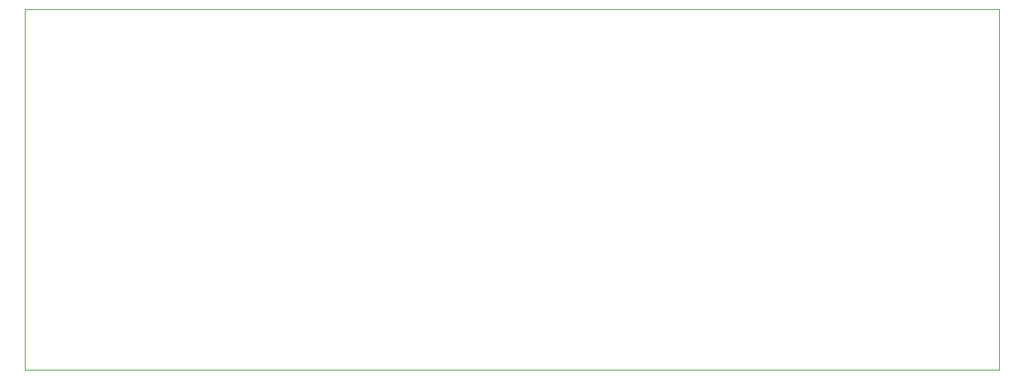
<source format=gbr>
%TF.GenerationSoftware,KiCad,Pcbnew,7.0.7*%
%TF.CreationDate,2024-02-15T18:40:13-05:00*%
%TF.ProjectId,LVPD-board,4c565044-2d62-46f6-9172-642e6b696361,rev?*%
%TF.SameCoordinates,Original*%
%TF.FileFunction,Profile,NP*%
%FSLAX46Y46*%
G04 Gerber Fmt 4.6, Leading zero omitted, Abs format (unit mm)*
G04 Created by KiCad (PCBNEW 7.0.7) date 2024-02-15 18:40:13*
%MOMM*%
%LPD*%
G01*
G04 APERTURE LIST*
%TA.AperFunction,Profile*%
%ADD10C,0.100000*%
%TD*%
G04 APERTURE END LIST*
D10*
X105000000Y-71000000D02*
X221000000Y-71000000D01*
X221000000Y-114000000D01*
X105000000Y-114000000D01*
X105000000Y-71000000D01*
M02*

</source>
